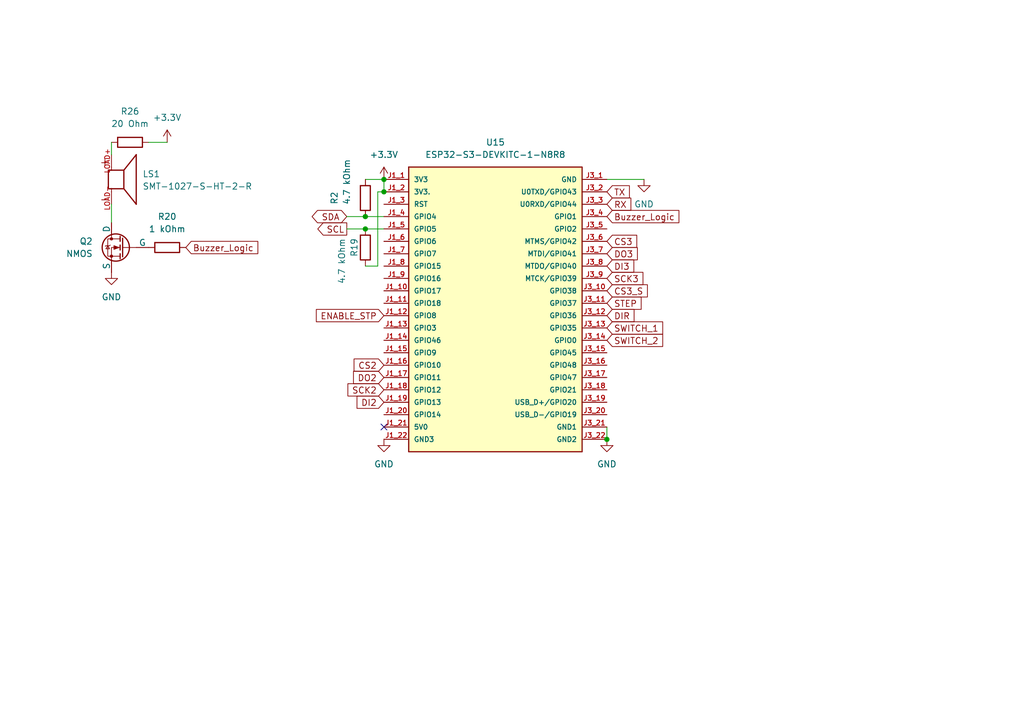
<source format=kicad_sch>
(kicad_sch (version 20250114) (generator "eeschema") (generator_version "9.0")
  (paper "A5")
  (lib_symbols
    (symbol "Device:R" (pin_numbers (hide yes)) (pin_names (offset 0))
      (property "Reference" "R" (at 2.032 0 90))
      (property "Value" "R" (at 0 0 90))
      (symbol "R_0_1"
        (rectangle (start -1.016 -2.54) (end 1.016 2.54) (stroke (width 0.254)))
      )
      (symbol "R_1_1"
        (pin passive line (at 0 3.81 270) (length 1.27) (name "~") (number "1"))
        (pin passive line (at 0 -3.81 90) (length 1.27) (name "~") (number "2"))
      )
    )
    (symbol "ESP32-S3-DEVKITC-1U-N8R8:ESP32-S3-DEVKITC-1-N8R8" (pin_names (offset 1.016))
      (property "Reference" "U" (at -17.78 35.56 0))
      (property "Value" "ESP32-S3-DEVKITC-1-N8R8" (at -17.78 -27.94 0))
      (symbol "ESP32-S3-DEVKITC-1-N8R8_0_0"
        (rectangle (start -17.78 -25.4) (end 17.78 33.02) (stroke (width 0.254)) (fill (type background)))
        (pin power_in line (at -22.86 30.48 0) (length 5.08) (name "3V3") (number "J1_1"))
        (pin power_in line (at -22.86 27.94 0) (length 5.08) (name "3V3.") (number "J1_2"))
        (pin input line (at -22.86 25.4 0) (length 5.08) (name "RST") (number "J1_3"))
        (pin bidirectional line (at -22.86 22.86 0) (length 5.08) (name "GPIO4") (number "J1_4"))
        (pin bidirectional line (at -22.86 20.32 0) (length 5.08) (name "GPIO5") (number "J1_5"))
        (pin bidirectional line (at -22.86 17.78 0) (length 5.08) (name "GPIO6") (number "J1_6"))
        (pin bidirectional line (at -22.86 15.24 0) (length 5.08) (name "GPIO7") (number "J1_7"))
        (pin bidirectional line (at -22.86 12.7 0) (length 5.08) (name "GPIO15") (number "J1_8"))
        (pin bidirectional line (at -22.86 10.16 0) (length 5.08) (name "GPIO16") (number "J1_9"))
        (pin bidirectional line (at -22.86 7.62 0) (length 5.08) (name "GPIO17") (number "J1_10"))
        (pin bidirectional line (at -22.86 5.08 0) (length 5.08) (name "GPIO18") (number "J1_11"))
        (pin bidirectional line (at -22.86 2.54 0) (length 5.08) (name "GPIO8") (number "J1_12"))
        (pin bidirectional line (at -22.86 0 0) (length 5.08) (name "GPIO3") (number "J1_13"))
        (pin bidirectional line (at -22.86 -2.54 0) (length 5.08) (name "GPIO46") (number "J1_14"))
        (pin bidirectional line (at -22.86 -5.08 0) (length 5.08) (name "GPIO9") (number "J1_15"))
        (pin bidirectional line (at -22.86 -7.62 0) (length 5.08) (name "GPIO10") (number "J1_16"))
        (pin bidirectional line (at -22.86 -10.16 0) (length 5.08) (name "GPIO11") (number "J1_17"))
        (pin bidirectional line (at -22.86 -12.7 0) (length 5.08) (name "GPIO12") (number "J1_18"))
        (pin bidirectional line (at -22.86 -15.24 0) (length 5.08) (name "GPIO13") (number "J1_19"))
        (pin bidirectional line (at -22.86 -17.78 0) (length 5.08) (name "GPIO14") (number "J1_20"))
        (pin power_in line (at -22.86 -20.32 0) (length 5.08) (name "5V0") (number "J1_21"))
        (pin power_in line (at -22.86 -22.86 0) (length 5.08) (name "GND3") (number "J1_22"))
        (pin power_in line (at 22.86 30.48 180) (length 5.08) (name "GND") (number "J3_1"))
        (pin bidirectional line (at 22.86 27.94 180) (length 5.08) (name "U0TXD/GPIO43") (number "J3_2"))
        (pin bidirectional line (at 22.86 25.4 180) (length 5.08) (name "U0RXD/GPIO44") (number "J3_3"))
        (pin bidirectional line (at 22.86 22.86 180) (length 5.08) (name "GPIO1") (number "J3_4"))
        (pin bidirectional line (at 22.86 20.32 180) (length 5.08) (name "GPIO2") (number "J3_5"))
        (pin bidirectional line (at 22.86 17.78 180) (length 5.08) (name "MTMS/GPIO42") (number "J3_6"))
        (pin bidirectional line (at 22.86 15.24 180) (length 5.08) (name "MTDI/GPIO41") (number "J3_7"))
        (pin bidirectional line (at 22.86 12.7 180) (length 5.08) (name "MTDO/GPIO40") (number "J3_8"))
        (pin bidirectional line (at 22.86 10.16 180) (length 5.08) (name "MTCK/GPIO39") (number "J3_9"))
        (pin bidirectional line (at 22.86 7.62 180) (length 5.08) (name "GPIO38") (number "J3_10"))
        (pin bidirectional line (at 22.86 5.08 180) (length 5.08) (name "GPIO37") (number "J3_11"))
        (pin bidirectional line (at 22.86 2.54 180) (length 5.08) (name "GPIO36") (number "J3_12"))
        (pin bidirectional line (at 22.86 0 180) (length 5.08) (name "GPIO35") (number "J3_13"))
        (pin bidirectional line (at 22.86 -2.54 180) (length 5.08) (name "GPIO0") (number "J3_14"))
        (pin bidirectional line (at 22.86 -5.08 180) (length 5.08) (name "GPIO45") (number "J3_15"))
        (pin bidirectional line (at 22.86 -7.62 180) (length 5.08) (name "GPIO48") (number "J3_16"))
        (pin bidirectional line (at 22.86 -10.16 180) (length 5.08) (name "GPIO47") (number "J3_17"))
        (pin bidirectional line (at 22.86 -12.7 180) (length 5.08) (name "GPIO21") (number "J3_18"))
        (pin bidirectional line (at 22.86 -15.24 180) (length 5.08) (name "USB_D+/GPIO20") (number "J3_19"))
        (pin bidirectional line (at 22.86 -17.78 180) (length 5.08) (name "USB_D-/GPIO19") (number "J3_20"))
        (pin power_in line (at 22.86 -20.32 180) (length 5.08) (name "GND1") (number "J3_21"))
        (pin power_in line (at 22.86 -22.86 180) (length 5.08) (name "GND2") (number "J3_22"))
      )
    )
    (symbol "SMT-1027-S-HT-2-R:SMT-1027-S-HT-2-R" (pin_names (offset 1.016))
      (property "Reference" "LS" (at -1.27 6.35 0))
      (property "Value" "SMT-1027-S-HT-2-R" (at -1.27 -8.255 0))
      (symbol "SMT-1027-S-HT-2-R_0_0"
        (polyline (pts (xy -3.175 1.905) (xy -3.175 -1.905)) (stroke (width 0.254)))
        (polyline (pts (xy -3.175 1.905) (xy -2.54 1.905)) (stroke (width 0.254)))
        (polyline (pts (xy -3.175 -1.905) (xy -2.54 -1.905)) (stroke (width 0.254)))
        (polyline (pts (xy -2.54 2.54) (xy -2.54 1.905)) (stroke (width 0.1524)))
        (polyline (pts (xy -2.54 1.905) (xy 0 1.905)) (stroke (width 0.254)))
        (polyline (pts (xy -2.54 -1.905) (xy 0 -1.905)) (stroke (width 0.254)))
        (polyline (pts (xy -2.54 -2.54) (xy -2.54 -1.905)) (stroke (width 0.1524)))
        (polyline (pts (xy 0 1.905) (xy 2.54 5.08)) (stroke (width 0.254)))
        (polyline (pts (xy 0 -1.905) (xy 0 1.905)) (stroke (width 0.254)))
        (polyline (pts (xy 0 -1.905) (xy 2.54 -5.08)) (stroke (width 0.254)))
        (polyline (pts (xy 2.54 -5.08) (xy 2.54 5.08)) (stroke (width 0.254)))
        (text "+" (at -5.08 2.54 0) (effects (font (size 1.778 1.778)) (justify left bottom)))
        (text "-" (at -5.08 -5.08 0) (effects (font (size 1.778 1.778)) (justify left bottom)))
        (pin passive line (at -2.54 5.08 270) (length 2.54) (name "~") (number "LOAD+"))
        (pin passive line (at -2.54 -5.08 90) (length 2.54) (name "~") (number "LOAD-"))
      )
    )
    (symbol "Simulation_SPICE:NMOS" (pin_numbers (hide yes)) (pin_names (offset 0))
      (property "Reference" "Q" (at 5.08 1.27 0))
      (property "Value" "NMOS" (at 5.08 -1.27 0))
      (symbol "NMOS_0_1"
        (polyline (pts (xy 0.254 1.905) (xy 0.254 -1.905)) (stroke (width 0.254)))
        (polyline (pts (xy 0.254 0) (xy -2.54 0)))
        (polyline (pts (xy 0.762 2.286) (xy 0.762 1.27)) (stroke (width 0.254)))
        (polyline (pts (xy 0.762 0.508) (xy 0.762 -0.508)) (stroke (width 0.254)))
        (polyline (pts (xy 0.762 -1.27) (xy 0.762 -2.286)) (stroke (width 0.254)))
        (polyline (pts (xy 0.762 -1.778) (xy 3.302 -1.778) (xy 3.302 1.778) (xy 0.762 1.778)))
        (polyline (pts (xy 1.016 0) (xy 2.032 0.381) (xy 2.032 -0.381) (xy 1.016 0)) (fill (type outline)))
        (circle (center 1.651 0) (radius 2.794) (stroke (width 0.254)))
        (polyline (pts (xy 2.54 2.54) (xy 2.54 1.778)))
        (circle (center 2.54 1.778) (radius 0.254) (fill (type outline)))
        (circle (center 2.54 -1.778) (radius 0.254) (fill (type outline)))
        (polyline (pts (xy 2.54 -2.54) (xy 2.54 0) (xy 0.762 0)))
        (polyline (pts (xy 2.794 0.508) (xy 2.921 0.381) (xy 3.683 0.381) (xy 3.81 0.254)))
        (polyline (pts (xy 3.302 0.381) (xy 2.921 -0.254) (xy 3.683 -0.254) (xy 3.302 0.381)))
      )
      (symbol "NMOS_1_1"
        (pin input line (at -5.08 0 0) (length 2.54) (name "G") (number "2"))
        (pin passive line (at 2.54 5.08 270) (length 2.54) (name "D") (number "1"))
        (pin passive line (at 2.54 -5.08 90) (length 2.54) (name "S") (number "3"))
      )
    )
    (symbol "power:+3.3V" (power) (pin_numbers (hide yes)) (pin_names (offset 0) (hide yes))
      (property "Value" "+3.3V" (at 0 3.556 0))
      (symbol "+3.3V_0_1"
        (polyline (pts (xy -0.762 1.27) (xy 0 2.54)))
        (polyline (pts (xy 0 2.54) (xy 0.762 1.27)))
        (polyline (pts (xy 0 0) (xy 0 2.54)))
      )
      (symbol "+3.3V_1_1"
        (pin power_in line (at 0 0 90) (length 0) (name "~") (number "1"))
      )
    )
    (symbol "power:GND" (power) (pin_numbers (hide yes)) (pin_names (offset 0) (hide yes))
      (property "Value" "GND" (at 0 -3.81 0))
      (symbol "GND_0_1"
        (polyline (pts (xy 0 0) (xy 0 -1.27) (xy 1.27 -1.27) (xy 0 -2.54) (xy -1.27 -1.27) (xy 0 -1.27)))
      )
      (symbol "GND_1_1"
        (pin power_in line (at 0 0 270) (length 0) (name "~") (number "1"))
      )
    )
  )
  (junction (at 74.93 44.45))
  (junction (at 124.46 90.17))
  (junction (at 74.93 46.99))
  (junction (at 78.74 36.83))
  (junction (at 78.74 39.37))
  (no_connect (at 78.74 87.63))
  (wire (pts (xy 74.93 44.45) (xy 78.74 44.45)))
  (wire (pts (xy 22.86 29.21) (xy 22.86 31.75)))
  (wire (pts (xy 77.47 39.37) (xy 77.47 54.61)))
  (wire (pts (xy 124.46 87.63) (xy 124.46 90.17)))
  (wire (pts (xy 77.47 54.61) (xy 74.93 54.61)))
  (wire (pts (xy 78.74 39.37) (xy 77.47 39.37)))
  (wire (pts (xy 74.93 46.99) (xy 78.74 46.99)))
  (wire (pts (xy 22.86 41.91) (xy 22.86 45.72)))
  (wire (pts (xy 132.08 36.83) (xy 124.46 36.83)))
  (wire (pts (xy 71.12 46.99) (xy 74.93 46.99)))
  (wire (pts (xy 34.29 29.21) (xy 30.48 29.21)))
  (wire (pts (xy 74.93 36.83) (xy 78.74 36.83)))
  (wire (pts (xy 78.74 36.83) (xy 78.74 39.37)))
  (wire (pts (xy 71.12 44.45) (xy 74.93 44.45)))
  (global_label "Buzzer_Logic" (shape input) (at 38.1 50.8 0) (property "Intersheetrefs" "${INTERSHEET_REFS}" (effects (hide yes))))
  (global_label "DO2" (shape input) (at 78.74 77.47 180) (property "Intersheetrefs" "${INTERSHEET_REFS}" (effects (hide yes))))
  (global_label "CS3_S" (shape input) (at 124.46 59.69 0) (property "Intersheetrefs" "${INTERSHEET_REFS}" (effects (hide yes))))
  (global_label "SCL" (shape output) (at 71.12 46.99 180) (property "Intersheetrefs" "${INTERSHEET_REFS}" (effects (hide yes))))
  (global_label "ENABLE_STP" (shape input) (at 78.74 64.77 180) (property "Intersheetrefs" "${INTERSHEET_REFS}" (effects (hide yes))))
  (global_label "DI3" (shape input) (at 124.46 54.61 0) (property "Intersheetrefs" "${INTERSHEET_REFS}" (effects (hide yes))))
  (global_label "SWITCH_2" (shape input) (at 124.46 69.85 0) (property "Intersheetrefs" "${INTERSHEET_REFS}" (effects (hide yes))))
  (global_label "Buzzer_Logic" (shape input) (at 124.46 44.45 0) (property "Intersheetrefs" "${INTERSHEET_REFS}" (effects (hide yes))))
  (global_label "DO3" (shape input) (at 124.46 52.07 0) (property "Intersheetrefs" "${INTERSHEET_REFS}" (effects (hide yes))))
  (global_label "DIR" (shape input) (at 124.46 64.77 0) (property "Intersheetrefs" "${INTERSHEET_REFS}" (effects (hide yes))))
  (global_label "SCK3" (shape input) (at 124.46 57.15 0) (property "Intersheetrefs" "${INTERSHEET_REFS}" (effects (hide yes))))
  (global_label "DI2" (shape input) (at 78.74 82.55 180) (property "Intersheetrefs" "${INTERSHEET_REFS}" (effects (hide yes))))
  (global_label "RX" (shape input) (at 124.46 41.91 0) (property "Intersheetrefs" "${INTERSHEET_REFS}" (effects (hide yes))))
  (global_label "CS3" (shape input) (at 124.46 49.53 0) (property "Intersheetrefs" "${INTERSHEET_REFS}" (effects (hide yes))))
  (global_label "SDA" (shape bidirectional) (at 71.12 44.45 180) (property "Intersheetrefs" "${INTERSHEET_REFS}" (effects (hide yes))))
  (global_label "SCK2" (shape input) (at 78.74 80.01 180) (property "Intersheetrefs" "${INTERSHEET_REFS}" (effects (hide yes))))
  (global_label "CS2" (shape input) (at 78.74 74.93 180) (property "Intersheetrefs" "${INTERSHEET_REFS}" (effects (hide yes))))
  (global_label "TX" (shape input) (at 124.46 39.37 0) (property "Intersheetrefs" "${INTERSHEET_REFS}" (effects (hide yes))))
  (global_label "STEP" (shape input) (at 124.46 62.23 0) (property "Intersheetrefs" "${INTERSHEET_REFS}" (effects (hide yes))))
  (global_label "SWITCH_1" (shape input) (at 124.46 67.31 0) (property "Intersheetrefs" "${INTERSHEET_REFS}" (effects (hide yes))))
  (symbol (lib_id "power:+3.3V") (at 78.74 36.83 0) (unit 1)
    (property "Reference" "#PWR0108" (effects (hide yes)))
    (property "Value" "+3.3V" (at 78.74 31.75 0))
    (property "Description" "Power symbol creates a global label with name \"+3.3V\"" (effects (hide yes)))
  )
  (symbol (lib_id "power:GND") (at 124.46 90.17 0) (unit 1)
    (property "Reference" "#PWR0110" (effects (hide yes)))
    (property "Value" "GND" (at 124.46 95.25 0))
    (property "Description" "Power symbol creates a global label with name \"GND\" , ground" (effects (hide yes)))
  )
  (symbol (lib_id "SMT-1027-S-HT-2-R:SMT-1027-S-HT-2-R") (at 25.4 36.83 0) (unit 1)
    (property "Reference" "LS1" (at 29.21 35.7042 0) (effects (justify left)))
    (property "Value" "SMT-1027-S-HT-2-R" (at 29.21 38.2442 0) (effects (justify left)))
    (property "Footprint" "SMT-1027-S-HT-2-R:XDCR_SMT-1027-S-HT-2-R" (effects (hide yes)))
    (property "DigiKey_Part_Number" "668-SMT-1027-S-HT-2-RCT-ND" (effects (hide yes)))
    (property "SnapEDA_Link" "https://www.snapeda.com/parts/SMT-1027-S-HT-2-R/PUI+Audio/view-part/?ref=snap" (effects (hide yes)))
    (property "MAXIMUM_PACKAGE_HEIGHT" "3.6 mm" (effects (hide yes)))
    (property "Package" "None" (effects (hide yes)))
    (property "Check_prices" "https://www.snapeda.com/parts/SMT-1027-S-HT-2-R/PUI+Audio/view-part/?ref=eda" (effects (hide yes)))
    (property "STANDARD" "Manufacturer Recommendations" (effects (hide yes)))
    (property "PARTREV" "3/26/20" (effects (hide yes)))
    (property "MF" "PUI Audio" (effects (hide yes)))
    (property "MP" "SMT-1027-S-HT-2-R" (effects (hide yes)))
    (property "Description_1" "11X10MM TRANSDUCER 2700HZ 95DB 18OHM 3.6V 100MA MAGNETIC SMT SIDE FIRING" (effects (hide yes)))
    (property "MANUFACTURER" "Pui Audio" (effects (hide yes)))
  )
  (symbol (lib_id "power:GND") (at 132.08 36.83 0) (unit 1)
    (property "Reference" "#PWR0111" (effects (hide yes)))
    (property "Value" "GND" (at 132.08 41.91 0))
    (property "Description" "Power symbol creates a global label with name \"GND\" , ground" (effects (hide yes)))
  )
  (symbol (lib_id "Device:R") (at 74.93 50.8 0) (unit 1)
    (property "Reference" "R19" (at 72.644 50.8 90))
    (property "Value" "4.7 kOhm" (at 70.104 53.594 90))
    (property "Footprint" "Resistor_SMD:R_0603_1608Metric" (effects (hide yes)))
    (property "Description" "Resistor" (effects (hide yes)))
  )
  (symbol (lib_id "power:GND") (at 78.74 90.17 0) (unit 1)
    (property "Reference" "#PWR0109" (effects (hide yes)))
    (property "Value" "GND" (at 78.74 95.25 0))
    (property "Description" "Power symbol creates a global label with name \"GND\" , ground" (effects (hide yes)))
  )
  (symbol (lib_id "Simulation_SPICE:NMOS") (at 25.4 50.8 0) (mirror y) (unit 1)
    (property "Reference" "Q2" (at 19.05 49.5299 0) (effects (justify left)))
    (property "Value" "NMOS" (at 19.05 52.0699 0) (effects (justify left)))
    (property "Footprint" "GSFC0201:SOT-23_GSFC0201_GAS" (effects (hide yes)))
    (property "Datasheet" "https://ngspice.sourceforge.io/docs/ngspice-html-manual/manual.xhtml#cha_MOSFETs" (effects (hide yes)))
    (property "Description" "N-MOSFET transistor, drain/source/gate" (effects (hide yes)))
    (property "Sim.Device" "NMOS" (effects (hide yes)))
    (property "Sim.Type" "VDMOS" (effects (hide yes)))
    (property "Sim.Pins" "1=D 2=G 3=S" (effects (hide yes)))
  )
  (symbol (lib_id "Device:R") (at 74.93 40.64 180) (unit 1)
    (property "Reference" "R2" (at 68.58 40.64 90))
    (property "Value" "4.7 kOhm" (at 71.12 37.338 90))
    (property "Footprint" "Resistor_SMD:R_0603_1608Metric" (effects (hide yes)))
    (property "Description" "Resistor" (effects (hide yes)))
  )
  (symbol (lib_id "power:GND") (at 22.86 55.88 0) (unit 1)
    (property "Reference" "#PWR012" (effects (hide yes)))
    (property "Value" "GND" (at 22.86 60.96 0))
    (property "Description" "Power symbol creates a global label with name \"GND\" , ground" (effects (hide yes)))
  )
  (symbol (lib_id "Device:R") (at 26.67 29.21 90) (unit 1)
    (property "Reference" "R26" (at 26.67 22.86 90))
    (property "Value" "20 Ohm" (at 26.67 25.4 90))
    (property "Footprint" "Resistor_SMD:R_2512_6332Metric" (effects (hide yes)))
    (property "Description" "Resistor" (effects (hide yes)))
  )
  (symbol (lib_id "power:+3.3V") (at 34.29 29.21 0) (unit 1)
    (property "Reference" "#PWR03" (effects (hide yes)))
    (property "Value" "+3.3V" (at 34.29 24.13 0))
    (property "Description" "Power symbol creates a global label with name \"+3.3V\"" (effects (hide yes)))
  )
  (symbol (lib_id "ESP32-S3-DEVKITC-1U-N8R8:ESP32-S3-DEVKITC-1-N8R8") (at 101.6 67.31 0) (unit 1)
    (property "Reference" "U15" (at 101.6 29.21 0))
    (property "Value" "ESP32-S3-DEVKITC-1-N8R8" (at 101.6 31.75 0))
    (property "Footprint" "ESP32_N8R*:ESP32-S3-DEVKITC-1-N8R8" (effects (hide yes)))
    (property "MF" "Espressif Systems" (effects (hide yes)))
    (property "Description_1" "The ESP32-S3-DEVKITC-1-N8R8 from Espressif Systems is a development board designed for RF, RFID, and wireless applications. It supports 802.11 b/g/n Wi-Fi and Bluetooth® 5.x (BLE) connectivity at 2.4GHz, making it ideal for IoT and wireless communication projects. This board is powered by the ESP32-S3-WROOM-1-N8R8 module, which features 8MB Quad SPI Flash and 8MB Octal SPI for efficient memory storage and processing." (effects (hide yes)))
    (property "Package" "None" (effects (hide yes)))
    (property "Price" "None" (effects (hide yes)))
    (property "SnapEDA_Link" "https://www.snapeda.com/parts/ESP32-S3-DEVKITC-1-N8R8/Espressif+Systems/view-part/?ref=snap" (effects (hide yes)))
    (property "MP" "ESP32-S3-DEVKITC-1-N8R8" (effects (hide yes)))
    (property "Availability" "In Stock" (effects (hide yes)))
    (property "Check_prices" "https://www.snapeda.com/parts/ESP32-S3-DEVKITC-1-N8R8/Espressif+Systems/view-part/?ref=eda" (effects (hide yes)))
  )
  (symbol (lib_id "Device:R") (at 34.29 50.8 90) (unit 1)
    (property "Reference" "R20" (at 34.29 44.45 90))
    (property "Value" "1 kOhm" (at 34.29 46.99 90))
    (property "Footprint" "Capacitor_SMD:C_0603_1608Metric" (effects (hide yes)))
    (property "Description" "Resistor" (effects (hide yes)))
  )
)
</source>
